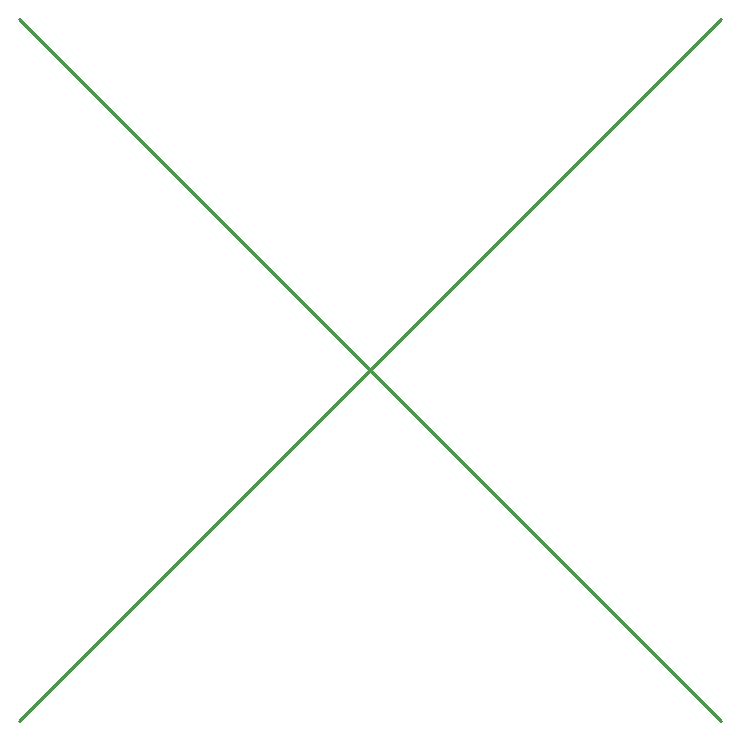
<source format=gbr>
G04 CAM350 V10.2.0 (Build 386) Date:  Sat Feb 01 15:25:49 2025 *
G04 Database: c:\users\comp1\desktop\ajinkya_\gerber data\round 115\round_pcb1.cam *
G04 Layer 40: Layer_40 *
%FSLAX24Y24*%
%MOIN*%
%SFA1.000B1.000*%

%MIA0B0*%
%IPPOS*%
%ADD27C,0.00984*%
%LNLayer_40*%
%LPD*%
G54D27*
X0Y0D02*
G01X-11692Y-11692D01*
X0Y0D02*
G01X11692Y-11692D01*
X0Y0D02*
G01X11692Y11692D01*
X0Y0D02*
G01X-11692Y11692D01*
X0Y0D02*
G01X-11692Y11692D01*
X0Y0D02*
G01X-11692Y11692D01*
X0Y0D02*
G01X-11692Y11692D01*
X0Y0D02*
G01X-11692Y11692D01*
X0Y0D02*
G01X-11692Y11692D01*
X0Y0D02*
G01X-11692Y11692D01*
X0Y0D02*
G01X-11692Y11692D01*
X0Y0D02*
G01X-11692Y11692D01*
X0Y0D02*
G01X-11692Y11692D01*
X0Y0D02*
G01X-11692Y11692D01*
X0Y0D02*
G01X-11692Y11692D01*
X0Y0D02*
G01X-11692Y11692D01*
X0Y0D02*
G01X-11692Y11692D01*
X0Y0D02*
G01X-11692Y11692D01*
X0Y0D02*
G01X-11692Y11692D01*
X0Y0D02*
G01X-11692Y11692D01*
X0Y0D02*
G01X-11692Y11692D01*
X0Y0D02*
G01X-11692Y11692D01*
X0Y0D02*
G01X-11692Y11692D01*
X0Y0D02*
G01X-11692Y11692D01*
X0Y0D02*
G01X-11692Y11692D01*
X0Y0D02*
G01X-11692Y11692D01*
X0Y0D02*
G01X-11692Y11692D01*
X0Y0D02*
G01X-11692Y11692D01*
X0Y0D02*
G01X-11692Y11692D01*
X0Y0D02*
G01X-11692Y11692D01*
X0Y0D02*
G01X-11692Y11692D01*
X0Y0D02*
G01X-11692Y11692D01*
X0Y0D02*
G01X-11692Y11692D01*
X0Y0D02*
G01X-11692Y11692D01*
X0Y0D02*
G01X-11692Y11692D01*
X0Y0D02*
G01X-11692Y11692D01*
X0Y0D02*
G01X-11692Y11692D01*
X0Y0D02*
G01X-11692Y11692D01*
X0Y0D02*
G01X-11692Y11692D01*
X0Y0D02*
G01X-11692Y11692D01*
X0Y0D02*
G01X-11692Y11692D01*
X0Y0D02*
G01X-11692Y11692D01*
X0Y0D02*
G01X-11692Y11692D01*
X0Y0D02*
G01X-11692Y11692D01*
X0Y0D02*
G01X-11692Y11692D01*
X0Y0D02*
G01X-11692Y11692D01*
X0Y0D02*
G01X-11692Y11692D01*
X0Y0D02*
G01X-11692Y11692D01*
X0Y0D02*
G01X-11692Y11692D01*
X0Y0D02*
G01X-11692Y11692D01*
X0Y0D02*
G01X-11692Y11692D01*
X0Y0D02*
G01X-11692Y11692D01*
X0Y0D02*
G01X-11692Y11692D01*
X0Y0D02*
G01X-11692Y11692D01*
X0Y0D02*
G01X-11692Y11692D01*
X0Y0D02*
G01X-11692Y11692D01*
X0Y0D02*
G01X-11692Y11692D01*
X0Y0D02*
G01X-11692Y11692D01*
X0Y0D02*
G01X-11692Y11692D01*
X0Y0D02*
G01X-11692Y11692D01*
X0Y0D02*
G01X-11692Y11692D01*
X0Y0D02*
G01X-11692Y11692D01*
X0Y0D02*
G01X-11692Y11692D01*
X0Y0D02*
G01X-11692Y11692D01*
X0Y0D02*
G01X-11692Y11692D01*
X0Y0D02*
G01X-11692Y11692D01*
X0Y0D02*
G01X-11692Y11692D01*
X0Y0D02*
G01X-11692Y11692D01*
X0Y0D02*
G01X-11692Y11692D01*
X0Y0D02*
G01X-11692Y11692D01*
X0Y0D02*
G01X-11692Y11692D01*
X0Y0D02*
G01X-11692Y11692D01*
X0Y0D02*
G01X-11692Y11692D01*
X0Y0D02*
G01X-11692Y11692D01*
X0Y0D02*
G01X-11692Y11692D01*
X0Y0D02*
G01X-11692Y11692D01*
X0Y0D02*
G01X-11692Y11692D01*
X0Y0D02*
G01X-11692Y11692D01*
X0Y0D02*
G01X-11692Y11692D01*
X0Y0D02*
G01X-11692Y11692D01*
X0Y0D02*
G01X-11692Y11692D01*
X0Y0D02*
G01X-11692Y11692D01*
X0Y0D02*
G01X-11692Y11692D01*
X0Y0D02*
G01X-11692Y11692D01*
X0Y0D02*
G01X-11692Y11692D01*
X0Y0D02*
G01X-11692Y11692D01*
X0Y0D02*
G01X-11692Y11692D01*
X0Y0D02*
G01X-11692Y11692D01*
X0Y0D02*
G01X-11692Y11692D01*
X0Y0D02*
G01X-11692Y11692D01*
X0Y0D02*
G01X-11692Y11692D01*
X0Y0D02*
G01X-11692Y11692D01*
X0Y0D02*
G01X-11692Y11692D01*
X0Y0D02*
G01X-11692Y11692D01*
X0Y0D02*
G01X-11692Y11692D01*
X0Y0D02*
G01X-11692Y11692D01*
X0Y0D02*
G01X-11692Y11692D01*
X0Y0D02*
G01X-11692Y11692D01*
X0Y0D02*
G01X-11692Y11692D01*
X0Y0D02*
G01X-11692Y11692D01*
X0Y0D02*
G01X-11692Y11692D01*
X0Y0D02*
G01X-11692Y11692D01*
X0Y0D02*
G01X-11692Y11692D01*
X0Y0D02*
G01X-11692Y11692D01*
X0Y0D02*
G01X-11692Y11692D01*
X0Y0D02*
G01X-11692Y11692D01*
X0Y0D02*
G01X-11692Y11692D01*
X0Y0D02*
G01X-11692Y11692D01*
X0Y0D02*
G01X-11692Y11692D01*
X0Y0D02*
G01X-11692Y11692D01*
X0Y0D02*
G01X-11692Y11692D01*
X0Y0D02*
G01X-11692Y11692D01*
M02*

</source>
